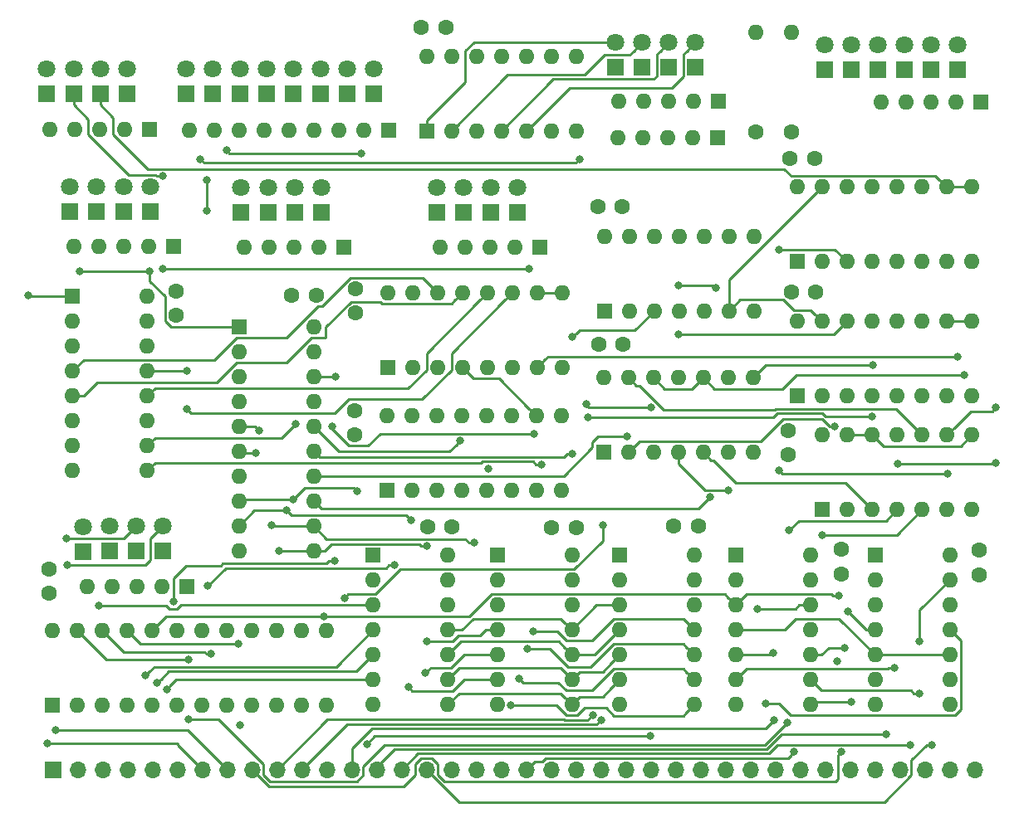
<source format=gbr>
G04 #@! TF.GenerationSoftware,KiCad,Pcbnew,(5.1.4-0-10_14)*
G04 #@! TF.CreationDate,2020-07-24T15:49:08-07:00*
G04 #@! TF.ProjectId,ya4b-alu,79613462-2d61-46c7-952e-6b696361645f,rev?*
G04 #@! TF.SameCoordinates,Original*
G04 #@! TF.FileFunction,Copper,L1,Top*
G04 #@! TF.FilePolarity,Positive*
%FSLAX46Y46*%
G04 Gerber Fmt 4.6, Leading zero omitted, Abs format (unit mm)*
G04 Created by KiCad (PCBNEW (5.1.4-0-10_14)) date 2020-07-24 15:49:08*
%MOMM*%
%LPD*%
G04 APERTURE LIST*
%ADD10O,1.600000X1.600000*%
%ADD11R,1.600000X1.600000*%
%ADD12C,1.600000*%
%ADD13O,1.700000X1.700000*%
%ADD14R,1.700000X1.700000*%
%ADD15C,1.800000*%
%ADD16R,1.800000X1.800000*%
%ADD17C,0.800000*%
%ADD18C,0.250000*%
G04 APERTURE END LIST*
D10*
X109570520Y-143352520D03*
X101950520Y-158592520D03*
X109570520Y-145892520D03*
X101950520Y-156052520D03*
X109570520Y-148432520D03*
X101950520Y-153512520D03*
X109570520Y-150972520D03*
X101950520Y-150972520D03*
X109570520Y-153512520D03*
X101950520Y-148432520D03*
X109570520Y-156052520D03*
X101950520Y-145892520D03*
X109570520Y-158592520D03*
D11*
X101950520Y-143352520D03*
D10*
X122234960Y-143322040D03*
X114614960Y-158562040D03*
X122234960Y-145862040D03*
X114614960Y-156022040D03*
X122234960Y-148402040D03*
X114614960Y-153482040D03*
X122234960Y-150942040D03*
X114614960Y-150942040D03*
X122234960Y-153482040D03*
X114614960Y-148402040D03*
X122234960Y-156022040D03*
X114614960Y-145862040D03*
X122234960Y-158562040D03*
D11*
X114614960Y-143322040D03*
D10*
X103383080Y-129118360D03*
X121163080Y-136738360D03*
X105923080Y-129118360D03*
X118623080Y-136738360D03*
X108463080Y-129118360D03*
X116083080Y-136738360D03*
X111003080Y-129118360D03*
X113543080Y-136738360D03*
X113543080Y-129118360D03*
X111003080Y-136738360D03*
X116083080Y-129118360D03*
X108463080Y-136738360D03*
X118623080Y-129118360D03*
X105923080Y-136738360D03*
X121163080Y-129118360D03*
D11*
X103383080Y-136738360D03*
D10*
X95905320Y-120020080D03*
X88285320Y-142880080D03*
X95905320Y-122560080D03*
X88285320Y-140340080D03*
X95905320Y-125100080D03*
X88285320Y-137800080D03*
X95905320Y-127640080D03*
X88285320Y-135260080D03*
X95905320Y-130180080D03*
X88285320Y-132720080D03*
X95905320Y-132720080D03*
X88285320Y-130180080D03*
X95905320Y-135260080D03*
X88285320Y-127640080D03*
X95905320Y-137800080D03*
X88285320Y-125100080D03*
X95905320Y-140340080D03*
X88285320Y-122560080D03*
X95905320Y-142880080D03*
D11*
X88285320Y-120020080D03*
D10*
X160756600Y-143316960D03*
X153136600Y-158556960D03*
X160756600Y-145856960D03*
X153136600Y-156016960D03*
X160756600Y-148396960D03*
X153136600Y-153476960D03*
X160756600Y-150936960D03*
X153136600Y-150936960D03*
X160756600Y-153476960D03*
X153136600Y-148396960D03*
X160756600Y-156016960D03*
X153136600Y-145856960D03*
X160756600Y-158556960D03*
D11*
X153136600Y-143316960D03*
D10*
X107421680Y-92415360D03*
X122661680Y-100035360D03*
X109961680Y-92415360D03*
X120121680Y-100035360D03*
X112501680Y-92415360D03*
X117581680Y-100035360D03*
X115041680Y-92415360D03*
X115041680Y-100035360D03*
X117581680Y-92415360D03*
X112501680Y-100035360D03*
X120121680Y-92415360D03*
X109961680Y-100035360D03*
X122661680Y-92415360D03*
D11*
X107421680Y-100035360D03*
D10*
X147782280Y-131069080D03*
X163022280Y-138689080D03*
X150322280Y-131069080D03*
X160482280Y-138689080D03*
X152862280Y-131069080D03*
X157942280Y-138689080D03*
X155402280Y-131069080D03*
X155402280Y-138689080D03*
X157942280Y-131069080D03*
X152862280Y-138689080D03*
X160482280Y-131069080D03*
X150322280Y-138689080D03*
X163022280Y-131069080D03*
D11*
X147782280Y-138689080D03*
D10*
X125542040Y-110779560D03*
X140782040Y-118399560D03*
X128082040Y-110779560D03*
X138242040Y-118399560D03*
X130622040Y-110779560D03*
X135702040Y-118399560D03*
X133162040Y-110779560D03*
X133162040Y-118399560D03*
X135702040Y-110779560D03*
X130622040Y-118399560D03*
X138242040Y-110779560D03*
X128082040Y-118399560D03*
X140782040Y-110779560D03*
D11*
X125542040Y-118399560D03*
D10*
X125460760Y-125227080D03*
X140700760Y-132847080D03*
X128000760Y-125227080D03*
X138160760Y-132847080D03*
X130540760Y-125227080D03*
X135620760Y-132847080D03*
X133080760Y-125227080D03*
X133080760Y-132847080D03*
X135620760Y-125227080D03*
X130540760Y-132847080D03*
X138160760Y-125227080D03*
X128000760Y-132847080D03*
X140700760Y-125227080D03*
D11*
X125460760Y-132847080D03*
D10*
X146552920Y-143316960D03*
X138932920Y-158556960D03*
X146552920Y-145856960D03*
X138932920Y-156016960D03*
X146552920Y-148396960D03*
X138932920Y-153476960D03*
X146552920Y-150936960D03*
X138932920Y-150936960D03*
X146552920Y-153476960D03*
X138932920Y-148396960D03*
X146552920Y-156016960D03*
X138932920Y-145856960D03*
X146552920Y-158556960D03*
D11*
X138932920Y-143316960D03*
D10*
X134706360Y-143352520D03*
X127086360Y-158592520D03*
X134706360Y-145892520D03*
X127086360Y-156052520D03*
X134706360Y-148432520D03*
X127086360Y-153512520D03*
X134706360Y-150972520D03*
X127086360Y-150972520D03*
X134706360Y-153512520D03*
X127086360Y-148432520D03*
X134706360Y-156052520D03*
X127086360Y-145892520D03*
X134706360Y-158592520D03*
D11*
X127086360Y-143352520D03*
D10*
X145186400Y-105745280D03*
X162966400Y-113365280D03*
X147726400Y-105745280D03*
X160426400Y-113365280D03*
X150266400Y-105745280D03*
X157886400Y-113365280D03*
X152806400Y-105745280D03*
X155346400Y-113365280D03*
X155346400Y-105745280D03*
X152806400Y-113365280D03*
X157886400Y-105745280D03*
X150266400Y-113365280D03*
X160426400Y-105745280D03*
X147726400Y-113365280D03*
X162966400Y-105745280D03*
D11*
X145186400Y-113365280D03*
D10*
X145186400Y-119461280D03*
X162966400Y-127081280D03*
X147726400Y-119461280D03*
X160426400Y-127081280D03*
X150266400Y-119461280D03*
X157886400Y-127081280D03*
X152806400Y-119461280D03*
X155346400Y-127081280D03*
X155346400Y-119461280D03*
X152806400Y-127081280D03*
X157886400Y-119461280D03*
X150266400Y-127081280D03*
X160426400Y-119461280D03*
X147726400Y-127081280D03*
X162966400Y-119461280D03*
D11*
X145186400Y-127081280D03*
D10*
X103464360Y-116540280D03*
X121244360Y-124160280D03*
X106004360Y-116540280D03*
X118704360Y-124160280D03*
X108544360Y-116540280D03*
X116164360Y-124160280D03*
X111084360Y-116540280D03*
X113624360Y-124160280D03*
X113624360Y-116540280D03*
X111084360Y-124160280D03*
X116164360Y-116540280D03*
X108544360Y-124160280D03*
X118704360Y-116540280D03*
X106004360Y-124160280D03*
X121244360Y-116540280D03*
D11*
X103464360Y-124160280D03*
D10*
X78943200Y-116936520D03*
X71323200Y-134716520D03*
X78943200Y-119476520D03*
X71323200Y-132176520D03*
X78943200Y-122016520D03*
X71323200Y-129636520D03*
X78943200Y-124556520D03*
X71323200Y-127096520D03*
X78943200Y-127096520D03*
X71323200Y-124556520D03*
X78943200Y-129636520D03*
X71323200Y-122016520D03*
X78943200Y-132176520D03*
X71323200Y-119476520D03*
X78943200Y-134716520D03*
D11*
X71323200Y-116936520D03*
D10*
X69250560Y-150982680D03*
X97190560Y-158602680D03*
X71790560Y-150982680D03*
X94650560Y-158602680D03*
X74330560Y-150982680D03*
X92110560Y-158602680D03*
X76870560Y-150982680D03*
X89570560Y-158602680D03*
X79410560Y-150982680D03*
X87030560Y-158602680D03*
X81950560Y-150982680D03*
X84490560Y-158602680D03*
X84490560Y-150982680D03*
X81950560Y-158602680D03*
X87030560Y-150982680D03*
X79410560Y-158602680D03*
X89570560Y-150982680D03*
X76870560Y-158602680D03*
X92110560Y-150982680D03*
X74330560Y-158602680D03*
X94650560Y-150982680D03*
X71790560Y-158602680D03*
X97190560Y-150982680D03*
D11*
X69250560Y-158602680D03*
D10*
X153804660Y-97073720D03*
X156344660Y-97073720D03*
X158884660Y-97073720D03*
X161424660Y-97073720D03*
D11*
X163964660Y-97073720D03*
D10*
X126962920Y-100762540D03*
X129502920Y-100762540D03*
X132042920Y-100762540D03*
X134582920Y-100762540D03*
D11*
X137122920Y-100762540D03*
D10*
X127011180Y-97023660D03*
X129551180Y-97023660D03*
X132091180Y-97023660D03*
X134631180Y-97023660D03*
D11*
X137171180Y-97023660D03*
D10*
X72794940Y-146553520D03*
X75334940Y-146553520D03*
X77874940Y-146553520D03*
X80414940Y-146553520D03*
D11*
X82954940Y-146553520D03*
D10*
X88840140Y-111875560D03*
X91380140Y-111875560D03*
X93920140Y-111875560D03*
X96460140Y-111875560D03*
D11*
X99000140Y-111875560D03*
D10*
X108795820Y-111920020D03*
X111335820Y-111920020D03*
X113875820Y-111920020D03*
X116415820Y-111920020D03*
D11*
X118955820Y-111920020D03*
D10*
X71490840Y-111818420D03*
X74030840Y-111818420D03*
X76570840Y-111818420D03*
X79110840Y-111818420D03*
D11*
X81650840Y-111818420D03*
D10*
X83228180Y-99956620D03*
X85768180Y-99956620D03*
X88308180Y-99956620D03*
X90848180Y-99956620D03*
X93388180Y-99956620D03*
X95928180Y-99956620D03*
X98468180Y-99956620D03*
X101008180Y-99956620D03*
D11*
X103548180Y-99956620D03*
D10*
X68986400Y-99862640D03*
X71526400Y-99862640D03*
X74066400Y-99862640D03*
X76606400Y-99862640D03*
D11*
X79146400Y-99862640D03*
D10*
X144632680Y-90007440D03*
D12*
X144632680Y-100167440D03*
D10*
X140975080Y-90007440D03*
D12*
X140975080Y-100167440D03*
D13*
X163296600Y-165214300D03*
X160756600Y-165214300D03*
X158216600Y-165214300D03*
X155676600Y-165214300D03*
X153136600Y-165214300D03*
X150596600Y-165214300D03*
X148056600Y-165214300D03*
X145516600Y-165214300D03*
X142976600Y-165214300D03*
X140436600Y-165214300D03*
X137896600Y-165214300D03*
X135356600Y-165214300D03*
X132816600Y-165214300D03*
X130276600Y-165214300D03*
X127736600Y-165214300D03*
X125196600Y-165214300D03*
X122656600Y-165214300D03*
X120116600Y-165214300D03*
X117576600Y-165214300D03*
X115036600Y-165214300D03*
X112496600Y-165214300D03*
X109956600Y-165214300D03*
X107416600Y-165214300D03*
X104876600Y-165214300D03*
X102336600Y-165214300D03*
X99796600Y-165214300D03*
X97256600Y-165214300D03*
X94716600Y-165214300D03*
X92176600Y-165214300D03*
X89636600Y-165214300D03*
X87096600Y-165214300D03*
X84556600Y-165214300D03*
X82016600Y-165214300D03*
X79476600Y-165214300D03*
X76936600Y-165214300D03*
X74396600Y-165214300D03*
X71856600Y-165214300D03*
D14*
X69316600Y-165214300D03*
D15*
X161531340Y-91229180D03*
D16*
X161531340Y-93769180D03*
D15*
X158826240Y-91229180D03*
D16*
X158826240Y-93769180D03*
D15*
X156121140Y-91229180D03*
D16*
X156121140Y-93769180D03*
D15*
X153416040Y-91229180D03*
D16*
X153416040Y-93769180D03*
D15*
X150710940Y-91229180D03*
D16*
X150710940Y-93769180D03*
D15*
X147998220Y-91252040D03*
D16*
X147998220Y-93792040D03*
D15*
X134831840Y-90981000D03*
D16*
X134831840Y-93521000D03*
D15*
X132126740Y-90981000D03*
D16*
X132126740Y-93521000D03*
D15*
X129421640Y-90981000D03*
D16*
X129421640Y-93521000D03*
D15*
X126711460Y-90983540D03*
D16*
X126711460Y-93523540D03*
D15*
X80498760Y-140381320D03*
D16*
X80498760Y-142921320D03*
D15*
X77793660Y-140381320D03*
D16*
X77793660Y-142921320D03*
D15*
X75088560Y-140381320D03*
D16*
X75088560Y-142921320D03*
D15*
X72378380Y-140399100D03*
D16*
X72378380Y-142939100D03*
D15*
X96729380Y-105817660D03*
D16*
X96729380Y-108357660D03*
D15*
X93988720Y-105817660D03*
D16*
X93988720Y-108357660D03*
D15*
X91250600Y-105817660D03*
D16*
X91250600Y-108357660D03*
D15*
X88507400Y-105825280D03*
D16*
X88507400Y-108365280D03*
D15*
X116682520Y-105818940D03*
D16*
X116682520Y-108358940D03*
D15*
X113941860Y-105818940D03*
D16*
X113941860Y-108358940D03*
D15*
X111201200Y-105818940D03*
D16*
X111201200Y-108358940D03*
D15*
X108455460Y-105824020D03*
D16*
X108455460Y-108364020D03*
D15*
X79268320Y-105732580D03*
D16*
X79268320Y-108272580D03*
D15*
X76527660Y-105732580D03*
D16*
X76527660Y-108272580D03*
D15*
X73792080Y-105740200D03*
D16*
X73792080Y-108280200D03*
D15*
X71084440Y-105740200D03*
D16*
X71084440Y-108280200D03*
D15*
X102074980Y-93713300D03*
D16*
X102074980Y-96253300D03*
D15*
X99334320Y-93713300D03*
D16*
X99334320Y-96253300D03*
D15*
X96593660Y-93713300D03*
D16*
X96593660Y-96253300D03*
D15*
X93853000Y-93713300D03*
D16*
X93853000Y-96253300D03*
D15*
X91112340Y-93713300D03*
D16*
X91112340Y-96253300D03*
D15*
X88374220Y-93713300D03*
D16*
X88374220Y-96253300D03*
D15*
X85633560Y-93713300D03*
D16*
X85633560Y-96253300D03*
D15*
X82892900Y-93713300D03*
D16*
X82892900Y-96253300D03*
D15*
X76913740Y-93670120D03*
D16*
X76913740Y-96210120D03*
D15*
X74173080Y-93670120D03*
D16*
X74173080Y-96210120D03*
D15*
X71432420Y-93670120D03*
D16*
X71432420Y-96210120D03*
D15*
X68691760Y-93670120D03*
D16*
X68691760Y-96210120D03*
D12*
X144292320Y-133071240D03*
X144292320Y-130571240D03*
X149727920Y-145248000D03*
X149727920Y-142748000D03*
X132633080Y-140385800D03*
X135133080Y-140385800D03*
X127391800Y-107767120D03*
X124891800Y-107767120D03*
X81874360Y-118867560D03*
X81874360Y-116367560D03*
X146954880Y-102814120D03*
X144454880Y-102814120D03*
X147117440Y-116448840D03*
X144617440Y-116448840D03*
X120166760Y-140482320D03*
X122666760Y-140482320D03*
X127473080Y-121808240D03*
X124973080Y-121808240D03*
X109398440Y-89438480D03*
X106898440Y-89438480D03*
X163769040Y-145329280D03*
X163769040Y-142829280D03*
X100218240Y-118623720D03*
X100218240Y-116123720D03*
X93659320Y-116773960D03*
X96159320Y-116773960D03*
X100055680Y-131044320D03*
X100055680Y-128544320D03*
X107532800Y-140451840D03*
X110032800Y-140451840D03*
X68976240Y-144733640D03*
X68976240Y-147233640D03*
D17*
X66825859Y-116816921D03*
X68788280Y-162554920D03*
X80573880Y-114091720D03*
X80523080Y-104651650D03*
X117895109Y-114133790D03*
X69626480Y-161168080D03*
X149727920Y-163412010D03*
X84373720Y-102900480D03*
X123037600Y-102900480D03*
X124371239Y-159632193D03*
X100736400Y-102311200D03*
X81600040Y-148076920D03*
X98065478Y-143912750D03*
X87025900Y-102001740D03*
X85105240Y-146466560D03*
X85003640Y-108193840D03*
X85003640Y-105049320D03*
X104124085Y-144358638D03*
X83154520Y-154010360D03*
X144414240Y-140782040D03*
X144211040Y-160406080D03*
X83124040Y-160040320D03*
X85486240Y-153349960D03*
X149264665Y-154166949D03*
X147782280Y-141284960D03*
X88280240Y-152364440D03*
X138191240Y-136702800D03*
X130246120Y-161803080D03*
X101351080Y-162590480D03*
X88366600Y-160660080D03*
X96938881Y-149557521D03*
X149443440Y-147487640D03*
X94055309Y-129962894D03*
X79202280Y-114391440D03*
X72100440Y-114340640D03*
X91659870Y-140239777D03*
X112320327Y-142052727D03*
X92384880Y-142864840D03*
X107421680Y-152146000D03*
X107421680Y-142402560D03*
X93187520Y-138755120D03*
X105846880Y-139760960D03*
X107287505Y-155362531D03*
X93797120Y-137673080D03*
X105592880Y-156814520D03*
X100365560Y-136819640D03*
X73974960Y-148452840D03*
X78790800Y-155585158D03*
X70693280Y-141594840D03*
X79959200Y-156392880D03*
X70826251Y-144320150D03*
X80919320Y-157002480D03*
X149062440Y-130154680D03*
X125244023Y-160120324D03*
X152877520Y-129189480D03*
X123845320Y-129235200D03*
X125369320Y-140299440D03*
X99054920Y-147706080D03*
X143372840Y-112151160D03*
X142849662Y-160176453D03*
X154261601Y-161628039D03*
X156758640Y-162687000D03*
X158968440Y-162681920D03*
X161551401Y-123045439D03*
X119104250Y-134049610D03*
X144907000Y-163412010D03*
X90058240Y-132882640D03*
X90371505Y-130588176D03*
X133146800Y-120822720D03*
X152928320Y-123911360D03*
X155102558Y-154833320D03*
X150357840Y-149037040D03*
X141173200Y-148808440D03*
X165481000Y-128275080D03*
X160502600Y-135031480D03*
X143345021Y-134658221D03*
X142731330Y-153283688D03*
X150078440Y-152755600D03*
X157688280Y-152095200D03*
X127873760Y-131241800D03*
X157673040Y-157434280D03*
X150713440Y-158323280D03*
X162219640Y-124968000D03*
X130276600Y-128249680D03*
X123677680Y-127944880D03*
X136296400Y-137427810D03*
X133126480Y-115773200D03*
X136880600Y-116027200D03*
X142006320Y-158485840D03*
X122312590Y-121081752D03*
X122312590Y-132963534D03*
X155437840Y-134035800D03*
X165475920Y-133949440D03*
X118379240Y-130937000D03*
X97825560Y-130175000D03*
X98181160Y-125100080D03*
X110867351Y-131662010D03*
X113685320Y-134499621D03*
X83022440Y-124556520D03*
X83022440Y-128452880D03*
X118316749Y-151091130D03*
X117668040Y-152877520D03*
X116895880Y-155910280D03*
X116027200Y-158658560D03*
D18*
X66945458Y-116936520D02*
X66825859Y-116816921D01*
X71323200Y-116936520D02*
X66945458Y-116936520D01*
X68788280Y-162554920D02*
X82082640Y-162554920D01*
X82082640Y-162740340D02*
X84556600Y-165214300D01*
X82082640Y-162554920D02*
X82082640Y-162740340D01*
X121244360Y-116540280D02*
X118704360Y-116540280D01*
X71432420Y-97360120D02*
X72941399Y-98869099D01*
X71432420Y-96210120D02*
X71432420Y-97360120D01*
X79804995Y-104499250D02*
X79957395Y-104651650D01*
X72941399Y-100402641D02*
X77038008Y-104499250D01*
X72941399Y-98869099D02*
X72941399Y-100402641D01*
X77038008Y-104499250D02*
X79804995Y-104499250D01*
X79957395Y-104651650D02*
X80523080Y-104651650D01*
X80573880Y-114091720D02*
X117853039Y-114091720D01*
X117853039Y-114091720D02*
X117895109Y-114133790D01*
X160426400Y-105745280D02*
X162966400Y-105745280D01*
X160426400Y-119461280D02*
X162966400Y-119461280D01*
X83050380Y-161168080D02*
X87096600Y-165214300D01*
X69626480Y-161168080D02*
X83050380Y-161168080D01*
X159301399Y-104620279D02*
X159626401Y-104945281D01*
X144596037Y-104620279D02*
X159301399Y-104620279D01*
X143902398Y-103926640D02*
X144596037Y-104620279D01*
X79005398Y-103926640D02*
X143902398Y-103926640D01*
X74173080Y-97360120D02*
X75481399Y-98668439D01*
X74173080Y-96210120D02*
X74173080Y-97360120D01*
X159626401Y-104945281D02*
X160426400Y-105745280D01*
X75481399Y-98668439D02*
X75481399Y-100402641D01*
X75481399Y-100402641D02*
X79005398Y-103926640D01*
X105052569Y-166967331D02*
X106241599Y-165778301D01*
X108591601Y-165752891D02*
X109228011Y-166389301D01*
X149327921Y-163812009D02*
X149727920Y-163412010D01*
X109228011Y-166389301D02*
X149124419Y-166389301D01*
X149327921Y-166185799D02*
X149327921Y-163812009D01*
X106241599Y-164650299D02*
X106852599Y-164039299D01*
X89636600Y-165214300D02*
X91389631Y-166967331D01*
X106852599Y-164039299D02*
X107980601Y-164039299D01*
X149124419Y-166389301D02*
X149327921Y-166185799D01*
X108591601Y-164650299D02*
X108591601Y-165752891D01*
X91389631Y-166967331D02*
X105052569Y-166967331D01*
X106241599Y-165778301D02*
X106241599Y-164650299D01*
X107980601Y-164039299D02*
X108591601Y-164650299D01*
X84373720Y-102900480D02*
X84773719Y-103300479D01*
X84773719Y-103300479D02*
X122637601Y-103300479D01*
X122637601Y-103300479D02*
X123037600Y-102900480D01*
X121508559Y-160137052D02*
X123866380Y-160137052D01*
X92176600Y-165214300D02*
X97334093Y-160056807D01*
X123971240Y-160032192D02*
X124371239Y-159632193D01*
X123866380Y-160137052D02*
X123971240Y-160032192D01*
X121428314Y-160056807D02*
X121508559Y-160137052D01*
X97334093Y-160056807D02*
X121428314Y-160056807D01*
X86446232Y-144387557D02*
X86646040Y-144187749D01*
X81600040Y-148076920D02*
X81600040Y-145723418D01*
X81600040Y-145723418D02*
X82935901Y-144387557D01*
X97224794Y-144187749D02*
X97499793Y-143912750D01*
X82935901Y-144387557D02*
X86446232Y-144387557D01*
X86646040Y-144187749D02*
X97224794Y-144187749D01*
X97499793Y-143912750D02*
X98065478Y-143912750D01*
X100736400Y-102311200D02*
X87335360Y-102311200D01*
X87335360Y-102311200D02*
X87025900Y-102001740D01*
X85003640Y-108193840D02*
X85003640Y-105049320D01*
X86934040Y-144637760D02*
X103279278Y-144637760D01*
X85105240Y-146466560D02*
X86934040Y-144637760D01*
X103558400Y-144358638D02*
X104124085Y-144358638D01*
X103279278Y-144637760D02*
X103558400Y-144358638D01*
X82588835Y-154010360D02*
X83154520Y-154010360D01*
X71790560Y-150982680D02*
X74818240Y-154010360D01*
X74818240Y-154010360D02*
X82588835Y-154010360D01*
X154277279Y-139814081D02*
X145382199Y-139814081D01*
X155402280Y-138689080D02*
X154277279Y-139814081D01*
X145382199Y-139814081D02*
X144414240Y-140782040D01*
X100360601Y-166389301D02*
X91469461Y-166389301D01*
X100971601Y-165778301D02*
X100360601Y-166389301D01*
X103177614Y-162689266D02*
X100971601Y-164895279D01*
X141927853Y-162689266D02*
X103177614Y-162689266D01*
X100971601Y-164895279D02*
X100971601Y-165778301D01*
X144211040Y-160406080D02*
X141927853Y-162689266D01*
X90811601Y-165731441D02*
X90811601Y-164650299D01*
X90811601Y-164650299D02*
X86201622Y-160040320D01*
X91469461Y-166389301D02*
X90811601Y-165731441D01*
X86201622Y-160040320D02*
X83124040Y-160040320D01*
X74330560Y-150982680D02*
X76596240Y-153248360D01*
X84818955Y-153248360D02*
X84920555Y-153349960D01*
X84920555Y-153349960D02*
X85486240Y-153349960D01*
X76596240Y-153248360D02*
X84818955Y-153248360D01*
X155346400Y-141284960D02*
X157942280Y-138689080D01*
X147782280Y-141284960D02*
X155346400Y-141284960D01*
X78252320Y-152364440D02*
X76870560Y-150982680D01*
X88280240Y-152364440D02*
X78252320Y-152364440D01*
X133080760Y-132847080D02*
X133080760Y-133978450D01*
X133080760Y-133978450D02*
X135805110Y-136702800D01*
X135805110Y-136702800D02*
X138191240Y-136702800D01*
X130246120Y-161803080D02*
X102138480Y-161803080D01*
X102138480Y-161803080D02*
X101351080Y-162590480D01*
X138132921Y-147596961D02*
X138932920Y-148396960D01*
X114074959Y-147277039D02*
X137812999Y-147277039D01*
X137812999Y-147277039D02*
X138132921Y-147596961D01*
X111794477Y-149557521D02*
X114074959Y-147277039D01*
X79410560Y-150982680D02*
X80835719Y-149557521D01*
X96938881Y-149557521D02*
X111794477Y-149557521D01*
X80835719Y-149557521D02*
X96938881Y-149557521D01*
X139732919Y-147596961D02*
X138932920Y-148396960D01*
X140057921Y-147271959D02*
X139732919Y-147596961D01*
X148662074Y-147271959D02*
X140057921Y-147271959D01*
X148877755Y-147487640D02*
X148662074Y-147271959D01*
X149443440Y-147487640D02*
X148877755Y-147487640D01*
X79743199Y-131376521D02*
X92641682Y-131376521D01*
X78943200Y-132176520D02*
X79743199Y-131376521D01*
X92641682Y-131376521D02*
X93655310Y-130362893D01*
X93655310Y-130362893D02*
X94055309Y-129962894D01*
X81361878Y-120020080D02*
X87235320Y-120020080D01*
X80749359Y-119407561D02*
X81361878Y-120020080D01*
X87235320Y-120020080D02*
X88285320Y-120020080D01*
X80749359Y-116907561D02*
X80749359Y-119407561D01*
X79202280Y-115360482D02*
X80749359Y-116907561D01*
X79202280Y-114391440D02*
X79202280Y-115360482D01*
X72151240Y-114391440D02*
X72100440Y-114340640D01*
X79202280Y-114391440D02*
X72151240Y-114391440D01*
X114790001Y-125285281D02*
X117823081Y-128318361D01*
X112209361Y-125285281D02*
X114790001Y-125285281D01*
X117823081Y-128318361D02*
X118623080Y-129118360D01*
X111084360Y-124160280D02*
X112209361Y-125285281D01*
X95905320Y-140340080D02*
X91760173Y-140340080D01*
X91760173Y-140340080D02*
X91659870Y-140239777D01*
X111754642Y-142052727D02*
X112320327Y-142052727D01*
X111379474Y-141677559D02*
X111754642Y-142052727D01*
X95905320Y-140340080D02*
X97242799Y-141677559D01*
X97242799Y-141677559D02*
X111379474Y-141677559D01*
X95890080Y-142864840D02*
X95905320Y-142880080D01*
X92384880Y-142864840D02*
X95890080Y-142864840D01*
X110695521Y-151512521D02*
X110062042Y-152146000D01*
X113483590Y-150942040D02*
X112913109Y-151512521D01*
X110062042Y-152146000D02*
X107421680Y-152146000D01*
X112913109Y-151512521D02*
X110695521Y-151512521D01*
X114614960Y-150942040D02*
X113483590Y-150942040D01*
X97689251Y-142227519D02*
X97036690Y-142880080D01*
X106680954Y-142227519D02*
X97689251Y-142227519D01*
X97036690Y-142880080D02*
X95905320Y-142880080D01*
X106855995Y-142402560D02*
X106680954Y-142227519D01*
X107421680Y-142402560D02*
X106855995Y-142402560D01*
X89870280Y-138755120D02*
X88285320Y-140340080D01*
X93187520Y-138755120D02*
X89870280Y-138755120D01*
X93587519Y-139155119D02*
X93187520Y-138755120D01*
X93647479Y-139215079D02*
X93587519Y-139155119D01*
X105300999Y-139215079D02*
X93647479Y-139215079D01*
X105846880Y-139760960D02*
X105300999Y-139215079D01*
X107827957Y-154822079D02*
X107687504Y-154962532D01*
X114614960Y-153482040D02*
X111266002Y-153482040D01*
X111266002Y-153482040D02*
X109925963Y-154822079D01*
X107687504Y-154962532D02*
X107287505Y-155362531D01*
X109925963Y-154822079D02*
X107827957Y-154822079D01*
X88412320Y-137673080D02*
X88285320Y-137800080D01*
X93797120Y-137673080D02*
X88412320Y-137673080D01*
X111266002Y-156022040D02*
X110110521Y-157177521D01*
X110110521Y-157177521D02*
X105955881Y-157177521D01*
X114614960Y-156022040D02*
X111266002Y-156022040D01*
X105955881Y-157177521D02*
X105592880Y-156814520D01*
X94197119Y-137273081D02*
X93797120Y-137673080D01*
X95050559Y-136419641D02*
X94197119Y-137273081D01*
X99965561Y-136419641D02*
X95050559Y-136419641D01*
X100365560Y-136819640D02*
X99965561Y-136419641D01*
X82368244Y-148432520D02*
X81998842Y-148801922D01*
X81252038Y-148801922D02*
X80902956Y-148452840D01*
X74540645Y-148452840D02*
X73974960Y-148452840D01*
X101950520Y-148432520D02*
X82368244Y-148432520D01*
X81998842Y-148801922D02*
X81252038Y-148801922D01*
X80902956Y-148452840D02*
X74540645Y-148452840D01*
X98187678Y-154735362D02*
X82806518Y-154735362D01*
X79654398Y-154721560D02*
X79190799Y-155185159D01*
X101950520Y-150972520D02*
X98187678Y-154735362D01*
X82806518Y-154735362D02*
X82792716Y-154721560D01*
X82792716Y-154721560D02*
X79654398Y-154721560D01*
X79190799Y-155185159D02*
X78790800Y-155585158D01*
X76893661Y-141281319D02*
X77793660Y-140381320D01*
X71288226Y-141624101D02*
X76550879Y-141624101D01*
X71258965Y-141594840D02*
X71288226Y-141624101D01*
X76550879Y-141624101D02*
X76893661Y-141281319D01*
X70693280Y-141594840D02*
X71258965Y-141594840D01*
X101950520Y-153512520D02*
X100263960Y-155199080D01*
X80359199Y-155992881D02*
X79959200Y-156392880D01*
X81153000Y-155199080D02*
X80359199Y-155992881D01*
X100263960Y-155199080D02*
X81153000Y-155199080D01*
X79273759Y-141606321D02*
X79598761Y-141281319D01*
X79273759Y-143826223D02*
X79273759Y-141606321D01*
X78779832Y-144320150D02*
X79273759Y-143826223D01*
X79598761Y-141281319D02*
X80498760Y-140381320D01*
X70826251Y-144320150D02*
X78779832Y-144320150D01*
X81869280Y-156052520D02*
X81319319Y-156602481D01*
X81319319Y-156602481D02*
X80919320Y-157002480D01*
X101950520Y-156052520D02*
X81869280Y-156052520D01*
X125438668Y-90983540D02*
X126711460Y-90983540D01*
X112268498Y-90983540D02*
X125438668Y-90983540D01*
X111376679Y-91875359D02*
X112268498Y-90983540D01*
X111376679Y-95030361D02*
X111376679Y-91875359D01*
X107421680Y-98985360D02*
X111376679Y-95030361D01*
X107421680Y-100035360D02*
X107421680Y-98985360D01*
X124744480Y-148432520D02*
X127086360Y-148432520D01*
X122234960Y-150942040D02*
X124744480Y-148432520D01*
X112171370Y-149817039D02*
X121109959Y-149817039D01*
X109570520Y-150972520D02*
X111015889Y-150972520D01*
X111015889Y-150972520D02*
X112171370Y-149817039D01*
X121109959Y-149817039D02*
X121434961Y-150142041D01*
X121434961Y-150142041D02*
X122234960Y-150942040D01*
X115698510Y-94298530D02*
X123551468Y-94298530D01*
X123551468Y-94298530D02*
X125551459Y-92298539D01*
X109961680Y-100035360D02*
X115698510Y-94298530D01*
X128521641Y-91880999D02*
X129421640Y-90981000D01*
X128104101Y-92298539D02*
X128521641Y-91880999D01*
X125551459Y-92298539D02*
X128104101Y-92298539D01*
X124576840Y-153482040D02*
X127086360Y-150972520D01*
X122234960Y-153482040D02*
X124576840Y-153482040D01*
X110930521Y-152152519D02*
X120905439Y-152152519D01*
X121434961Y-152682041D02*
X122234960Y-153482040D01*
X109570520Y-153512520D02*
X110930521Y-152152519D01*
X120905439Y-152152519D02*
X121434961Y-152682041D01*
X130901739Y-92206001D02*
X131226741Y-91880999D01*
X130901739Y-94425903D02*
X130901739Y-92206001D01*
X130579101Y-94748541D02*
X130901739Y-94425903D01*
X115041680Y-100035360D02*
X120328499Y-94748541D01*
X131226741Y-91880999D02*
X132126740Y-90981000D01*
X120328499Y-94748541D02*
X130579101Y-94748541D01*
X109570520Y-156052520D02*
X110769400Y-154853640D01*
X121066560Y-154853640D02*
X122234960Y-156022040D01*
X110769400Y-154853640D02*
X121066560Y-154853640D01*
X125371429Y-155227451D02*
X126286361Y-154312519D01*
X122234960Y-156022040D02*
X123029549Y-155227451D01*
X126286361Y-154312519D02*
X127086360Y-153512520D01*
X123029549Y-155227451D02*
X125371429Y-155227451D01*
X133606839Y-92206001D02*
X133931841Y-91880999D01*
X133606839Y-94425903D02*
X133606839Y-92206001D01*
X132406822Y-95625920D02*
X133606839Y-94425903D01*
X121991120Y-95625920D02*
X132406822Y-95625920D01*
X133931841Y-91880999D02*
X134831840Y-90981000D01*
X117581680Y-100035360D02*
X121991120Y-95625920D01*
X121434961Y-157762041D02*
X122234960Y-158562040D01*
X121109959Y-157437039D02*
X121434961Y-157762041D01*
X110726001Y-157437039D02*
X121109959Y-157437039D01*
X109570520Y-158592520D02*
X110726001Y-157437039D01*
X122234960Y-158562040D02*
X123034959Y-157762041D01*
X123034959Y-157762041D02*
X125376839Y-157762041D01*
X125376839Y-157762041D02*
X126286361Y-156852519D01*
X126286361Y-156852519D02*
X127086360Y-156052520D01*
X143752319Y-129446239D02*
X147744399Y-129446239D01*
X141476479Y-131722079D02*
X143752319Y-129446239D01*
X129125761Y-131722079D02*
X141476479Y-131722079D01*
X147744399Y-129446239D02*
X148503640Y-130205480D01*
X128000760Y-132847080D02*
X129125761Y-131722079D01*
X149011640Y-130205480D02*
X149062440Y-130154680D01*
X148503640Y-130205480D02*
X149011640Y-130205480D01*
X95097600Y-164833300D02*
X99343837Y-160587063D01*
X99343837Y-160587063D02*
X124777284Y-160587063D01*
X124844024Y-160520323D02*
X125244023Y-160120324D01*
X124777284Y-160587063D02*
X124844024Y-160520323D01*
X125369320Y-141852682D02*
X122484963Y-144737039D01*
X104771003Y-144737039D02*
X102200523Y-147307519D01*
X125369320Y-140299440D02*
X125369320Y-141852682D01*
X102200523Y-147307519D02*
X99453481Y-147307519D01*
X122484963Y-144737039D02*
X104771003Y-144737039D01*
X99453481Y-147307519D02*
X99054920Y-147706080D01*
X124411005Y-129235200D02*
X123845320Y-129235200D01*
X143191519Y-128841071D02*
X142797390Y-129235200D01*
X147775642Y-128841071D02*
X143191519Y-128841071D01*
X152877520Y-129189480D02*
X148124051Y-129189480D01*
X148124051Y-129189480D02*
X147775642Y-128841071D01*
X142797390Y-129235200D02*
X124411005Y-129235200D01*
X149052280Y-112151160D02*
X150266400Y-113365280D01*
X143372840Y-112151160D02*
X149052280Y-112151160D01*
X142449663Y-160576452D02*
X142849662Y-160176453D01*
X99796600Y-165214300D02*
X99796600Y-163071956D01*
X99796600Y-163071956D02*
X101831482Y-161037074D01*
X101831482Y-161037074D02*
X141989041Y-161037074D01*
X141989041Y-161037074D02*
X142449663Y-160576452D01*
X142114253Y-163139277D02*
X104114443Y-163139277D01*
X154261601Y-161628039D02*
X143625491Y-161628039D01*
X104114443Y-163139277D02*
X102616000Y-164637720D01*
X143625491Y-161628039D02*
X142114253Y-163139277D01*
X142300653Y-163589288D02*
X143202941Y-162687000D01*
X106501612Y-163589288D02*
X142300653Y-163589288D01*
X104876600Y-165214300D02*
X106501612Y-163589288D01*
X156192955Y-162687000D02*
X156758640Y-162687000D01*
X143202941Y-162687000D02*
X156192955Y-162687000D01*
X156851601Y-164233074D02*
X156851601Y-165778301D01*
X156851601Y-165778301D02*
X154095822Y-168534080D01*
X158402755Y-162681920D02*
X156851601Y-164233074D01*
X158968440Y-162681920D02*
X158402755Y-162681920D01*
X154095822Y-168534080D02*
X110736380Y-168534080D01*
X110736380Y-168534080D02*
X107416600Y-165214300D01*
X119504359Y-123360281D02*
X118704360Y-124160280D01*
X119829361Y-123035279D02*
X119504359Y-123360281D01*
X157208001Y-123045439D02*
X157197841Y-123035279D01*
X157197841Y-123035279D02*
X119829361Y-123035279D01*
X161551401Y-123045439D02*
X157208001Y-123045439D01*
X157511769Y-123035279D02*
X157197841Y-123035279D01*
X118263566Y-133774611D02*
X118538565Y-134049610D01*
X113117347Y-133774611D02*
X118263566Y-133774611D01*
X112975437Y-133916521D02*
X113117347Y-133774611D01*
X118538565Y-134049610D02*
X119104250Y-134049610D01*
X78943200Y-134716520D02*
X79743199Y-133916521D01*
X79743199Y-133916521D02*
X112975437Y-133916521D01*
X119227597Y-164364301D02*
X119552599Y-164039299D01*
X117576600Y-165214300D02*
X118426599Y-164364301D01*
X144507001Y-163812009D02*
X144907000Y-163412010D01*
X144279711Y-164039299D02*
X144507001Y-163812009D01*
X118426599Y-164364301D02*
X119227597Y-164364301D01*
X119552599Y-164039299D02*
X144279711Y-164039299D01*
X88447880Y-132882640D02*
X88285320Y-132720080D01*
X90058240Y-132882640D02*
X88447880Y-132882640D01*
X89971506Y-130188177D02*
X90371505Y-130588176D01*
X89963409Y-130180080D02*
X89971506Y-130188177D01*
X88285320Y-130180080D02*
X89963409Y-130180080D01*
X146926401Y-118661281D02*
X147726400Y-119461280D01*
X144839877Y-118336279D02*
X146601399Y-118336279D01*
X143778157Y-117274559D02*
X144839877Y-118336279D01*
X146601399Y-118336279D02*
X146926401Y-118661281D01*
X139367041Y-117274559D02*
X143778157Y-117274559D01*
X138242040Y-118399560D02*
X139367041Y-117274559D01*
X138242040Y-115229640D02*
X138242040Y-118399560D01*
X147726400Y-105745280D02*
X138242040Y-115229640D01*
X148904960Y-120822720D02*
X150266400Y-119461280D01*
X133146800Y-120822720D02*
X148904960Y-120822720D01*
X142016480Y-123911360D02*
X140700760Y-125227080D01*
X152928320Y-123911360D02*
X142016480Y-123911360D01*
X154536873Y-154833320D02*
X155102558Y-154833320D01*
X154478234Y-154891959D02*
X154536873Y-154833320D01*
X140057921Y-154891959D02*
X154478234Y-154891959D01*
X138932920Y-156016960D02*
X140057921Y-154891959D01*
X152257760Y-150936960D02*
X153136600Y-150936960D01*
X150357840Y-149037040D02*
X152257760Y-150936960D01*
X145421550Y-148396960D02*
X145010070Y-148808440D01*
X146552920Y-148396960D02*
X145421550Y-148396960D01*
X145010070Y-148808440D02*
X141173200Y-148808440D01*
X161282279Y-130269081D02*
X160482280Y-131069080D01*
X162876281Y-128675079D02*
X161282279Y-130269081D01*
X165081001Y-128675079D02*
X162876281Y-128675079D01*
X165481000Y-128275080D02*
X165081001Y-128675079D01*
X143718280Y-135031480D02*
X143345021Y-134658221D01*
X160502600Y-135031480D02*
X143718280Y-135031480D01*
X142538058Y-153476960D02*
X142731330Y-153283688D01*
X138932920Y-153476960D02*
X142538058Y-153476960D01*
X153136600Y-153476960D02*
X160756600Y-153476960D01*
X149471599Y-149811959D02*
X145087121Y-149811959D01*
X153136600Y-153476960D02*
X149471599Y-149811959D01*
X143962120Y-150936960D02*
X138932920Y-150936960D01*
X145087121Y-149811959D02*
X143962120Y-150936960D01*
X147684290Y-153476960D02*
X148405650Y-152755600D01*
X146552920Y-153476960D02*
X147684290Y-153476960D01*
X148405650Y-152755600D02*
X150078440Y-152755600D01*
X157688280Y-148925280D02*
X160756600Y-145856960D01*
X157688280Y-152095200D02*
X157688280Y-148925280D01*
X127308075Y-131241800D02*
X127873760Y-131241800D01*
X124335759Y-131787079D02*
X124881038Y-131241800D01*
X124335759Y-132347671D02*
X124335759Y-131787079D01*
X124881038Y-131241800D02*
X127308075Y-131241800D01*
X95905320Y-135260080D02*
X121423350Y-135260080D01*
X121423350Y-135260080D02*
X124335759Y-132347671D01*
X147677921Y-157141961D02*
X147352919Y-156816959D01*
X156815036Y-157141961D02*
X147677921Y-157141961D01*
X147352919Y-156816959D02*
X146552920Y-156016960D01*
X157107355Y-157434280D02*
X156815036Y-157141961D01*
X157673040Y-157434280D02*
X157107355Y-157434280D01*
X157942280Y-131069080D02*
X155264260Y-128391060D01*
X155264260Y-128391060D02*
X143005119Y-128391060D01*
X143005119Y-128391060D02*
X142931700Y-128464479D01*
X142931700Y-128464479D02*
X131564401Y-128464479D01*
X129127001Y-126027079D02*
X128800759Y-126027079D01*
X131564401Y-128464479D02*
X129127001Y-126027079D01*
X128800759Y-126027079D02*
X128000760Y-125227080D01*
X146786600Y-158323280D02*
X146552920Y-158556960D01*
X150713440Y-158323280D02*
X146786600Y-158323280D01*
X134820761Y-126027079D02*
X135620760Y-125227080D01*
X134495759Y-126352081D02*
X134820761Y-126027079D01*
X131665761Y-126352081D02*
X134495759Y-126352081D01*
X130540760Y-125227080D02*
X131665761Y-126352081D01*
X143730597Y-126352081D02*
X145114678Y-124968000D01*
X136745761Y-126352081D02*
X143730597Y-126352081D01*
X135620760Y-125227080D02*
X136745761Y-126352081D01*
X145114678Y-124968000D02*
X162219640Y-124968000D01*
X136635530Y-133647079D02*
X138922733Y-135934282D01*
X135620760Y-132847080D02*
X136420759Y-133647079D01*
X152062281Y-137889081D02*
X152862280Y-138689080D01*
X150107482Y-135934282D02*
X152062281Y-137889081D01*
X136420759Y-133647079D02*
X136635530Y-133647079D01*
X138922733Y-135934282D02*
X150107482Y-135934282D01*
X130276600Y-128249680D02*
X123931680Y-128249680D01*
X123677680Y-127995680D02*
X123677680Y-127944880D01*
X123931680Y-128249680D02*
X123677680Y-127995680D01*
X135124131Y-138600079D02*
X135896401Y-137827809D01*
X95905320Y-137800080D02*
X96705319Y-138600079D01*
X96705319Y-138600079D02*
X135124131Y-138600079D01*
X135896401Y-137827809D02*
X136296400Y-137427810D01*
X133126480Y-115773200D02*
X136677400Y-115773200D01*
X136880600Y-115976400D02*
X136880600Y-116027200D01*
X136677400Y-115773200D02*
X136880600Y-115976400D01*
X161881601Y-159096961D02*
X161881601Y-152061961D01*
X142006320Y-158485840D02*
X143363802Y-158485840D01*
X144559923Y-159681961D02*
X161296601Y-159681961D01*
X161881601Y-152061961D02*
X161556599Y-151736959D01*
X161296601Y-159681961D02*
X161881601Y-159096961D01*
X161556599Y-151736959D02*
X160756600Y-150936960D01*
X143363802Y-158485840D02*
X144559923Y-159681961D01*
X123011462Y-120382880D02*
X122712589Y-120681753D01*
X122712589Y-120681753D02*
X122312590Y-121081752D01*
X128638720Y-120382880D02*
X123011462Y-120382880D01*
X130622040Y-118399560D02*
X128638720Y-120382880D01*
X121746905Y-132963534D02*
X122312590Y-132963534D01*
X121385839Y-133324600D02*
X121746905Y-132963534D01*
X96509840Y-133324600D02*
X121385839Y-133324600D01*
X95905320Y-132720080D02*
X96509840Y-133324600D01*
X153987281Y-132194081D02*
X153662279Y-131869079D01*
X161897279Y-132194081D02*
X153987281Y-132194081D01*
X153662279Y-131869079D02*
X152862280Y-131069080D01*
X163022280Y-131069080D02*
X161897279Y-132194081D01*
X151453650Y-131069080D02*
X152862280Y-131069080D01*
X150322280Y-131069080D02*
X151453650Y-131069080D01*
X155437840Y-134035800D02*
X165389560Y-134035800D01*
X165389560Y-134035800D02*
X165475920Y-133949440D01*
X118379240Y-130937000D02*
X102697280Y-130937000D01*
X99515679Y-132169321D02*
X97825560Y-130479202D01*
X101464959Y-132169321D02*
X99515679Y-132169321D01*
X102697280Y-130937000D02*
X101464959Y-132169321D01*
X97825560Y-130479202D02*
X97825560Y-130175000D01*
X98181160Y-125100080D02*
X95905320Y-125100080D01*
X110467352Y-132062009D02*
X110867351Y-131662010D01*
X109763561Y-132765800D02*
X110467352Y-132062009D01*
X98491040Y-132765800D02*
X109763561Y-132765800D01*
X95905320Y-130180080D02*
X98491040Y-132765800D01*
X78943200Y-124556520D02*
X83022440Y-124556520D01*
X109959359Y-124410283D02*
X109959359Y-122745281D01*
X99515679Y-127419319D02*
X106950323Y-127419319D01*
X115364361Y-117340279D02*
X116164360Y-116540280D01*
X98082119Y-128852879D02*
X99515679Y-127419319D01*
X106950323Y-127419319D02*
X109959359Y-124410283D01*
X83422439Y-128852879D02*
X98082119Y-128852879D01*
X109959359Y-122745281D02*
X115364361Y-117340279D01*
X83022440Y-128452880D02*
X83422439Y-128852879D01*
X124326837Y-152067041D02*
X121694959Y-152067041D01*
X121694959Y-152067041D02*
X120719048Y-151091130D01*
X134706360Y-150972520D02*
X133581359Y-149847519D01*
X133581359Y-149847519D02*
X126546359Y-149847519D01*
X126546359Y-149847519D02*
X124326837Y-152067041D01*
X118882434Y-151091130D02*
X118316749Y-151091130D01*
X120719048Y-151091130D02*
X118882434Y-151091130D01*
X133906361Y-152712521D02*
X134706360Y-153512520D01*
X126546359Y-152387519D02*
X133581359Y-152387519D01*
X124156438Y-154777440D02*
X126546359Y-152387519D01*
X119965438Y-152877520D02*
X121865358Y-154777440D01*
X117668040Y-152877520D02*
X119965438Y-152877520D01*
X121865358Y-154777440D02*
X124156438Y-154777440D01*
X133581359Y-152387519D02*
X133906361Y-152712521D01*
X107419359Y-124410283D02*
X107419359Y-122745281D01*
X105533121Y-126296521D02*
X107419359Y-124410283D01*
X112824361Y-117340279D02*
X113624360Y-116540280D01*
X107419359Y-122745281D02*
X112824361Y-117340279D01*
X79743199Y-126296521D02*
X105533121Y-126296521D01*
X78943200Y-127096520D02*
X79743199Y-126296521D01*
X133906361Y-155252521D02*
X134706360Y-156052520D01*
X133581359Y-154927519D02*
X133906361Y-155252521D01*
X126546359Y-154927519D02*
X133581359Y-154927519D01*
X121694959Y-157147041D02*
X124326837Y-157147041D01*
X120858197Y-156310279D02*
X121694959Y-157147041D01*
X117295879Y-156310279D02*
X120858197Y-156310279D01*
X116895880Y-155910280D02*
X117295879Y-156310279D01*
X124326837Y-157147041D02*
X126546359Y-154927519D01*
X95655317Y-121145081D02*
X97142519Y-121145081D01*
X93115317Y-123685081D02*
X95655317Y-121145081D01*
X72454570Y-127096520D02*
X73869569Y-125681521D01*
X86038877Y-125681521D02*
X88035317Y-123685081D01*
X88035317Y-123685081D02*
X93115317Y-123685081D01*
X73869569Y-125681521D02*
X86038877Y-125681521D01*
X71323200Y-127096520D02*
X72454570Y-127096520D01*
X110284361Y-117340279D02*
X111084360Y-116540280D01*
X109959359Y-117665281D02*
X110284361Y-117340279D01*
X102924359Y-117665281D02*
X109959359Y-117665281D01*
X102708678Y-117449600D02*
X102924359Y-117665281D01*
X99727358Y-117449600D02*
X102708678Y-117449600D01*
X97142519Y-120034439D02*
X99727358Y-117449600D01*
X97142519Y-121145081D02*
X97142519Y-120034439D01*
X107002799Y-114998719D02*
X107744361Y-115740281D01*
X99678239Y-114998719D02*
X107002799Y-114998719D01*
X96777997Y-117898961D02*
X99678239Y-114998719D01*
X96361437Y-117898961D02*
X96777997Y-117898961D01*
X93115317Y-121145081D02*
X96361437Y-117898961D01*
X88035317Y-121145081D02*
X93115317Y-121145081D01*
X85748879Y-123431519D02*
X88035317Y-121145081D01*
X107744361Y-115740281D02*
X108544360Y-116540280D01*
X72448201Y-123431519D02*
X85748879Y-123431519D01*
X71323200Y-124556520D02*
X72448201Y-123431519D01*
X120666478Y-158658560D02*
X121694959Y-159687041D01*
X123554811Y-158907191D02*
X125736029Y-158907191D01*
X116027200Y-158658560D02*
X120666478Y-158658560D01*
X125736029Y-158907191D02*
X126546359Y-159717521D01*
X133906361Y-159392519D02*
X134706360Y-158592520D01*
X121694959Y-159687041D02*
X122774961Y-159687041D01*
X122774961Y-159687041D02*
X123554811Y-158907191D01*
X126546359Y-159717521D02*
X133581359Y-159717521D01*
X133581359Y-159717521D02*
X133906361Y-159392519D01*
M02*

</source>
